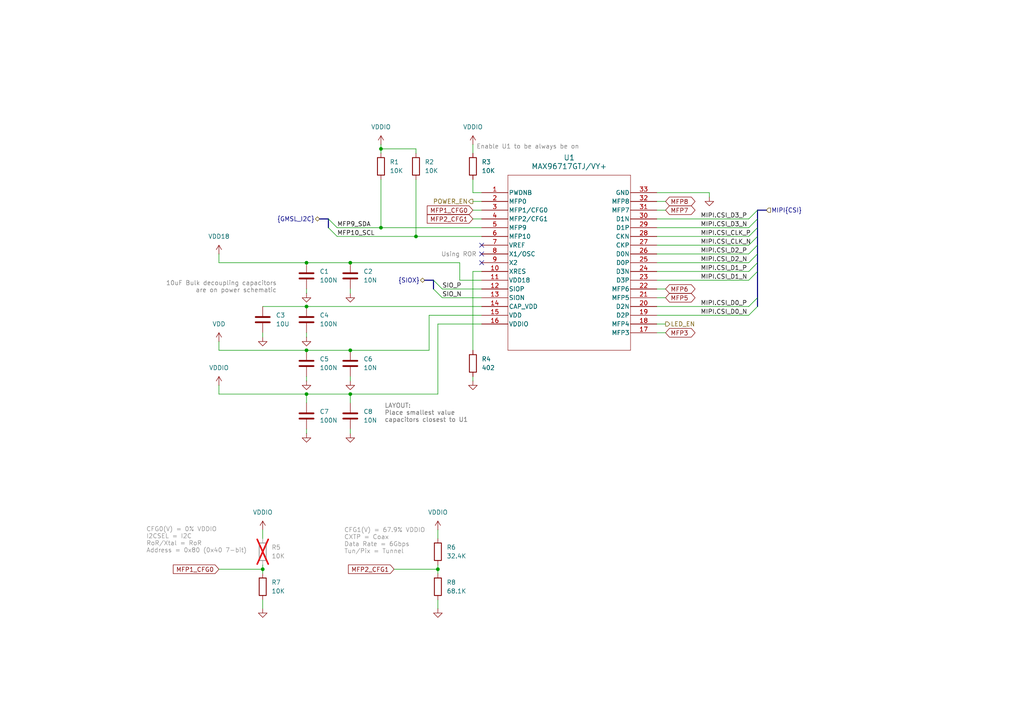
<source format=kicad_sch>
(kicad_sch (version 20231120) (generator "eeschema") (generator_version "8.0")
  (paper "A4")
  (lib_symbols
    (symbol "Device:C" (pin_numbers hide) (pin_names (offset 0.254))
      (property "Reference" "C" (at 0.635 2.54 0))
      (property "Value" "C" (at 0.635 -2.54 0))
      (symbol "C_0_1"
        (polyline (pts (xy -2.032 -0.762) (xy 2.032 -0.762)) (stroke (width 0.508)))
        (polyline (pts (xy -2.032 0.762) (xy 2.032 0.762)) (stroke (width 0.508)))
      )
      (symbol "C_1_1"
        (pin passive line (at 0 3.81 270) (length 2.794) (name "~") (number "1"))
        (pin passive line (at 0 -3.81 90) (length 2.794) (name "~") (number "2"))
      )
    )
    (symbol "Device:R" (pin_numbers hide) (pin_names (offset 0))
      (property "Reference" "R" (at 2.032 0 90))
      (property "Value" "R" (at 0 0 90))
      (symbol "R_0_1"
        (rectangle (start -1.016 -2.54) (end 1.016 2.54) (stroke (width 0.254)))
      )
      (symbol "R_1_1"
        (pin passive line (at 0 3.81 270) (length 1.27) (name "~") (number "1"))
        (pin passive line (at 0 -3.81 90) (length 1.27) (name "~") (number "2"))
      )
    )
    (symbol "power:GND" (power) (pin_numbers hide) (pin_names (offset 0) hide)
      (property "Value" "GND" (at 0 -3.81 0))
      (symbol "GND_0_1"
        (polyline (pts (xy 0 0) (xy 0 -1.27) (xy 1.27 -1.27) (xy 0 -2.54) (xy -1.27 -1.27) (xy 0 -1.27)))
      )
      (symbol "GND_1_1"
        (pin power_in line (at 0 0 270) (length 0) (name "~") (number "1"))
      )
    )
    (symbol "power:VDD" (power) (pin_numbers hide) (pin_names (offset 0) hide)
      (property "Value" "VDD" (at 0 3.556 0))
      (symbol "VDD_0_1"
        (polyline (pts (xy -0.762 1.27) (xy 0 2.54)))
        (polyline (pts (xy 0 0) (xy 0 2.54)))
        (polyline (pts (xy 0 2.54) (xy 0.762 1.27)))
      )
      (symbol "VDD_1_1"
        (pin power_in line (at 0 0 90) (length 0) (name "~") (number "1"))
      )
    )
    (symbol "user:MAX96717GTJ_VY+" (pin_names (offset 0.254))
      (property "Reference" "U" (at 25.4 10.16 0))
      (property "Value" "MAX96717GTJ/VY+" (at 25.4 7.62 0))
      (symbol "MAX96717GTJ_VY+_0_1"
        (polyline (pts (xy 7.62 -45.72) (xy 43.18 -45.72)) (stroke (width 0.127)))
        (polyline (pts (xy 7.62 5.08) (xy 7.62 -45.72)) (stroke (width 0.127)))
        (polyline (pts (xy 43.18 -45.72) (xy 43.18 5.08)) (stroke (width 0.127)))
        (polyline (pts (xy 43.18 5.08) (xy 7.62 5.08)) (stroke (width 0.127)))
        (pin input line (at 0 0 0) (length 7.62) (name "PWDNB") (number "1"))
        (pin bidirectional line (at 0 -22.86 0) (length 7.62) (name "XRES") (number "10"))
        (pin power_in line (at 0 -25.4 0) (length 7.62) (name "VDD18") (number "11"))
        (pin bidirectional line (at 0 -27.94 0) (length 7.62) (name "SIOP") (number "12"))
        (pin bidirectional line (at 0 -30.48 0) (length 7.62) (name "SION") (number "13"))
        (pin power_in line (at 0 -33.02 0) (length 7.62) (name "CAP_VDD") (number "14"))
        (pin power_in line (at 0 -35.56 0) (length 7.62) (name "VDD") (number "15"))
        (pin power_in line (at 0 -38.1 0) (length 7.62) (name "VDDIO") (number "16"))
        (pin bidirectional line (at 50.8 -40.64 180) (length 7.62) (name "MFP3") (number "17"))
        (pin bidirectional line (at 50.8 -38.1 180) (length 7.62) (name "MFP4") (number "18"))
        (pin input line (at 50.8 -35.56 180) (length 7.62) (name "D2P") (number "19"))
        (pin bidirectional line (at 0 -2.54 0) (length 7.62) (name "MFP0") (number "2"))
        (pin input line (at 50.8 -33.02 180) (length 7.62) (name "D2N") (number "20"))
        (pin bidirectional line (at 50.8 -30.48 180) (length 7.62) (name "MFP5") (number "21"))
        (pin bidirectional line (at 50.8 -27.94 180) (length 7.62) (name "MFP6") (number "22"))
        (pin input line (at 50.8 -25.4 180) (length 7.62) (name "D3P") (number "23"))
        (pin input line (at 50.8 -22.86 180) (length 7.62) (name "D3N") (number "24"))
        (pin input line (at 50.8 -20.32 180) (length 7.62) (name "D0P") (number "25"))
        (pin input line (at 50.8 -17.78 180) (length 7.62) (name "D0N") (number "26"))
        (pin input line (at 50.8 -15.24 180) (length 7.62) (name "CKP") (number "27"))
        (pin input line (at 50.8 -12.7 180) (length 7.62) (name "CKN") (number "28"))
        (pin input line (at 50.8 -10.16 180) (length 7.62) (name "D1P") (number "29"))
        (pin bidirectional line (at 0 -5.08 0) (length 7.62) (name "MFP1/CFG0") (number "3"))
        (pin input line (at 50.8 -7.62 180) (length 7.62) (name "D1N") (number "30"))
        (pin bidirectional line (at 50.8 -5.08 180) (length 7.62) (name "MFP7") (number "31"))
        (pin bidirectional line (at 50.8 -2.54 180) (length 7.62) (name "MFP8") (number "32"))
        (pin power_out line (at 50.8 0 180) (length 7.62) (name "GND") (number "33"))
        (pin bidirectional line (at 0 -7.62 0) (length 7.62) (name "MFP2/CFG1") (number "4"))
        (pin bidirectional line (at 0 -10.16 0) (length 7.62) (name "MFP9") (number "5"))
        (pin bidirectional line (at 0 -12.7 0) (length 7.62) (name "MFP10") (number "6"))
        (pin power_in line (at 0 -15.24 0) (length 7.62) (name "VREF") (number "7"))
        (pin input line (at 0 -17.78 0) (length 7.62) (name "X1/OSC") (number "8"))
        (pin input line (at 0 -20.32 0) (length 7.62) (name "X2") (number "9"))
      )
    )
  )
  (bus_alias "CSI" (members "CSI_D0_P" "CSI_D0_N" "CSI_D1_P" "CSI_D1_N" "CSI_D2_P" "CSI_D2_N" "CSI_D3_P" "CSI_D3_N" "CSI_CLK_P" "CSI_CLK_N"))
  (bus_alias "SIOX" (members "SIO_P" "SIO_N"))
  (junction (at 101.6 101.6))
  (junction (at 101.6 76.2))
  (junction (at 88.9 101.6))
  (junction (at 76.2 165.1))
  (junction (at 88.9 88.9))
  (junction (at 127 165.1))
  (junction (at 88.9 76.2))
  (junction (at 110.49 66.04))
  (junction (at 110.49 43.18))
  (junction (at 101.6 114.3))
  (junction (at 120.65 68.58))
  (junction (at 88.9 114.3))
  (no_connect (at 139.7 73.66))
  (no_connect (at 139.7 71.12))
  (no_connect (at 139.7 76.2))
  (bus_entry (at 95.25 66.04) (size 2.54 2.54))
  (bus_entry (at 219.71 63.5) (size -2.54 2.54))
  (bus_entry (at 219.71 60.96) (size -2.54 2.54))
  (bus_entry (at 219.71 71.12) (size -2.54 2.54))
  (bus_entry (at 219.71 78.74) (size -2.54 2.54))
  (bus_entry (at 219.71 76.2) (size -2.54 2.54))
  (bus_entry (at 95.25 63.5) (size 2.54 2.54))
  (bus_entry (at 219.71 88.9) (size -2.54 2.54))
  (bus_entry (at 125.73 81.28) (size 2.54 2.54))
  (bus_entry (at 219.71 73.66) (size -2.54 2.54))
  (bus_entry (at 219.71 68.58) (size -2.54 2.54))
  (bus_entry (at 219.71 66.04) (size -2.54 2.54))
  (bus_entry (at 219.71 86.36) (size -2.54 2.54))
  (bus_entry (at 125.73 83.82) (size 2.54 2.54))
  (wire (pts (xy 120.65 52.07) (xy 120.65 68.58)))
  (bus (pts (xy 219.71 86.36) (xy 219.71 88.9)))
  (wire (pts (xy 190.5 60.96) (xy 193.04 60.96)))
  (wire (pts (xy 101.6 101.6) (xy 124.46 101.6)))
  (wire (pts (xy 190.5 91.44) (xy 217.17 91.44)))
  (wire (pts (xy 137.16 58.42) (xy 139.7 58.42)))
  (wire (pts (xy 88.9 110.49) (xy 88.9 109.22)))
  (wire (pts (xy 76.2 163.83) (xy 76.2 165.1)))
  (wire (pts (xy 88.9 114.3) (xy 101.6 114.3)))
  (wire (pts (xy 190.5 81.28) (xy 217.17 81.28)))
  (wire (pts (xy 110.49 52.07) (xy 110.49 66.04)))
  (wire (pts (xy 190.5 76.2) (xy 217.17 76.2)))
  (wire (pts (xy 63.5 101.6) (xy 88.9 101.6)))
  (wire (pts (xy 127 153.67) (xy 127 156.21)))
  (bus (pts (xy 219.71 60.96) (xy 219.71 63.5)))
  (wire (pts (xy 128.27 83.82) (xy 139.7 83.82)))
  (wire (pts (xy 88.9 125.73) (xy 88.9 124.46)))
  (wire (pts (xy 139.7 55.88) (xy 137.16 55.88)))
  (wire (pts (xy 205.74 57.15) (xy 205.74 55.88)))
  (bus (pts (xy 219.71 63.5) (xy 219.71 66.04)))
  (wire (pts (xy 193.04 93.98) (xy 190.5 93.98)))
  (bus (pts (xy 222.25 60.96) (xy 219.71 60.96)))
  (wire (pts (xy 97.79 68.58) (xy 120.65 68.58)))
  (wire (pts (xy 110.49 41.91) (xy 110.49 43.18)))
  (wire (pts (xy 137.16 110.49) (xy 137.16 109.22)))
  (wire (pts (xy 190.5 73.66) (xy 217.17 73.66)))
  (wire (pts (xy 190.5 78.74) (xy 217.17 78.74)))
  (wire (pts (xy 190.5 96.52) (xy 193.04 96.52)))
  (bus (pts (xy 219.71 66.04) (xy 219.71 68.58)))
  (wire (pts (xy 124.46 91.44) (xy 124.46 101.6)))
  (wire (pts (xy 110.49 43.18) (xy 110.49 44.45)))
  (wire (pts (xy 76.2 88.9) (xy 88.9 88.9)))
  (wire (pts (xy 120.65 44.45) (xy 120.65 43.18)))
  (wire (pts (xy 76.2 165.1) (xy 76.2 166.37)))
  (bus (pts (xy 95.25 63.5) (xy 95.25 66.04)))
  (wire (pts (xy 110.49 66.04) (xy 139.7 66.04)))
  (wire (pts (xy 101.6 76.2) (xy 133.35 76.2)))
  (wire (pts (xy 127 93.98) (xy 139.7 93.98)))
  (wire (pts (xy 88.9 101.6) (xy 101.6 101.6)))
  (wire (pts (xy 76.2 173.99) (xy 76.2 176.53)))
  (wire (pts (xy 139.7 81.28) (xy 133.35 81.28)))
  (wire (pts (xy 97.79 66.04) (xy 110.49 66.04)))
  (wire (pts (xy 88.9 88.9) (xy 139.7 88.9)))
  (wire (pts (xy 120.65 68.58) (xy 139.7 68.58)))
  (wire (pts (xy 127 163.83) (xy 127 165.1)))
  (bus (pts (xy 123.19 81.28) (xy 125.73 81.28)))
  (wire (pts (xy 101.6 114.3) (xy 101.6 116.84)))
  (wire (pts (xy 190.5 71.12) (xy 217.17 71.12)))
  (wire (pts (xy 101.6 110.49) (xy 101.6 109.22)))
  (bus (pts (xy 219.71 71.12) (xy 219.71 73.66)))
  (wire (pts (xy 76.2 153.67) (xy 76.2 156.21)))
  (wire (pts (xy 137.16 78.74) (xy 137.16 101.6)))
  (wire (pts (xy 190.5 86.36) (xy 193.04 86.36)))
  (wire (pts (xy 137.16 55.88) (xy 137.16 52.07)))
  (wire (pts (xy 63.5 114.3) (xy 88.9 114.3)))
  (wire (pts (xy 190.5 66.04) (xy 217.17 66.04)))
  (wire (pts (xy 133.35 81.28) (xy 133.35 76.2)))
  (wire (pts (xy 190.5 88.9) (xy 217.17 88.9)))
  (bus (pts (xy 219.71 78.74) (xy 219.71 86.36)))
  (wire (pts (xy 190.5 58.42) (xy 193.04 58.42)))
  (wire (pts (xy 137.16 41.91) (xy 137.16 44.45)))
  (wire (pts (xy 101.6 114.3) (xy 127 114.3)))
  (wire (pts (xy 63.5 99.06) (xy 63.5 101.6)))
  (wire (pts (xy 127 114.3) (xy 127 93.98)))
  (wire (pts (xy 139.7 78.74) (xy 137.16 78.74)))
  (wire (pts (xy 88.9 97.79) (xy 88.9 96.52)))
  (wire (pts (xy 63.5 76.2) (xy 88.9 76.2)))
  (wire (pts (xy 63.5 165.1) (xy 76.2 165.1)))
  (bus (pts (xy 125.73 81.28) (xy 125.73 83.82)))
  (wire (pts (xy 88.9 114.3) (xy 88.9 116.84)))
  (bus (pts (xy 219.71 68.58) (xy 219.71 71.12)))
  (bus (pts (xy 92.71 63.5) (xy 95.25 63.5)))
  (wire (pts (xy 190.5 55.88) (xy 205.74 55.88)))
  (wire (pts (xy 137.16 63.5) (xy 139.7 63.5)))
  (wire (pts (xy 190.5 63.5) (xy 217.17 63.5)))
  (wire (pts (xy 63.5 111.76) (xy 63.5 114.3)))
  (wire (pts (xy 76.2 97.79) (xy 76.2 96.52)))
  (wire (pts (xy 88.9 85.09) (xy 88.9 83.82)))
  (wire (pts (xy 128.27 86.36) (xy 139.7 86.36)))
  (wire (pts (xy 139.7 91.44) (xy 124.46 91.44)))
  (bus (pts (xy 219.71 76.2) (xy 219.71 78.74)))
  (wire (pts (xy 101.6 125.73) (xy 101.6 124.46)))
  (wire (pts (xy 127 173.99) (xy 127 176.53)))
  (wire (pts (xy 137.16 60.96) (xy 139.7 60.96)))
  (wire (pts (xy 114.3 165.1) (xy 127 165.1)))
  (bus (pts (xy 219.71 73.66) (xy 219.71 76.2)))
  (wire (pts (xy 110.49 43.18) (xy 120.65 43.18)))
  (wire (pts (xy 190.5 68.58) (xy 217.17 68.58)))
  (wire (pts (xy 101.6 85.09) (xy 101.6 83.82)))
  (wire (pts (xy 88.9 76.2) (xy 101.6 76.2)))
  (wire (pts (xy 63.5 73.66) (xy 63.5 76.2)))
  (wire (pts (xy 190.5 83.82) (xy 193.04 83.82)))
  (wire (pts (xy 127 165.1) (xy 127 166.37)))
  (text "LAYOUT:\nPlace smallest value \ncapacitors closest to U1" (at 111.506 119.888 0) (effects (font (size 1.27 1.27) (thickness 0.2032) (bold yes)) (justify left)))
  (text "CFG0(V) = 0% VDDIO\nI2CSEL = I2C\nRoR/Xtal = RoR\nAddress = 0x80 (0x40 7-bit)" (at 42.418 156.718 0) (effects (font (size 1.27 1.27) (thickness 0.127)) (justify left)))
  (text "10uF Bulk decoupling capacitors\nare on power schematic" (at 80.264 83.312 0) (effects (font (size 1.27 1.27) (thickness 0.1588)) (justify right)))
  (text "Using ROR" (at 133.096 73.914 0) (effects (font (size 1.27 1.27))))
  (text "CFG1(V) = 67.9% VDDIO\nCXTP = Coax\nData Rate = 6Gbps\nTun/Pix = Tunnel" (at 99.822 153.162 0) (effects (font (size 1.27 1.27) (thickness 0.127)) (justify left top)))
  (text "Enable U1 to be always be on" (at 138.176 42.672 0) (effects (font (size 1.27 1.27)) (justify left)))
  (label "MIPI.CSI_D1_N" (at 203.2 81.28 0))
  (label "MIPI.CSI_D1_P" (at 203.2 78.74 0))
  (label "MIPI.CSI_CLK_P" (at 203.2 68.58 0))
  (label "MIPI.CSI_D0_N" (at 203.2 91.44 0))
  (label "MFP10_SCL" (at 97.79 68.58 0))
  (label "SIO_P" (at 128.27 83.82 0))
  (label "MIPI.CSI_CLK_N" (at 203.2 71.12 0))
  (label "SIO_N" (at 128.27 86.36 0))
  (label "MIPI.CSI_D3_N" (at 203.2 66.04 0))
  (label "MIPI.CSI_D3_P" (at 203.2 63.5 0))
  (label "MIPI.CSI_D2_N" (at 203.2 76.2 0))
  (label "MIPI.CSI_D2_P" (at 203.2 73.66 0))
  (label "MFP9_SDA" (at 97.79 66.04 0))
  (label "MIPI.CSI_D0_P" (at 203.2 88.9 0))
  (global_label "MFP2_CFG1" (shape input) (at 137.16 63.5 180) (property "Intersheetrefs" "${INTERSHEET_REFS}" (effects (hide yes))))
  (global_label "MFP8" (shape bidirectional) (at 193.04 58.42 0) (property "Intersheetrefs" "${INTERSHEET_REFS}" (effects (hide yes))))
  (global_label "MFP5" (shape bidirectional) (at 193.04 86.36 0) (property "Intersheetrefs" "${INTERSHEET_REFS}" (effects (hide yes))))
  (global_label "MFP1_CFG0" (shape input) (at 137.16 60.96 180) (property "Intersheetrefs" "${INTERSHEET_REFS}" (effects (hide yes))))
  (global_label "MFP6" (shape bidirectional) (at 193.04 83.82 0) (property "Intersheetrefs" "${INTERSHEET_REFS}" (effects (hide yes))))
  (global_label "MFP3" (shape bidirectional) (at 193.04 96.52 0) (property "Intersheetrefs" "${INTERSHEET_REFS}" (effects (hide yes))))
  (global_label "MFP2_CFG1" (shape input) (at 114.3 165.1 180) (property "Intersheetrefs" "${INTERSHEET_REFS}" (effects (hide yes))))
  (global_label "MFP1_CFG0" (shape input) (at 63.5 165.1 180) (property "Intersheetrefs" "${INTERSHEET_REFS}" (effects (hide yes))))
  (global_label "MFP7" (shape bidirectional) (at 193.04 60.96 0) (property "Intersheetrefs" "${INTERSHEET_REFS}" (effects (hide yes))))
  (hierarchical_label "{SIOX}" (shape bidirectional) (at 123.19 81.28 180))
  (hierarchical_label "MIPI{CSI}" (shape input) (at 222.25 60.96 0))
  (hierarchical_label "POWER_EN" (shape output) (at 137.16 58.42 180))
  (hierarchical_label "LED_EN" (shape output) (at 193.04 93.98 0))
  (hierarchical_label "{GMSL_I2C}" (shape bidirectional) (at 92.71 63.5 180))
  (symbol (lib_id "Device:C") (at 88.9 105.41 0) (unit 1)
    (property "Reference" "C5" (at 92.71 104.1399 0) (effects (justify left)))
    (property "Value" "100N" (at 92.71 106.6799 0) (effects (justify left)))
    (property "Footprint" "Capacitor_SMD:C_0402_1005Metric" (effects (hide yes)))
    (property "Description" "Unpolarized capacitor" (effects (hide yes)))
  )
  (symbol (lib_id "power:GND") (at 101.6 125.73 0) (unit 1)
    (property "Reference" "#PWR015" (effects (hide yes)))
    (property "Value" "GND" (effects (hide yes)))
    (property "Description" "Power symbol creates a global label with name \"GND\" , ground" (effects (hide yes)))
  )
  (symbol (lib_id "Device:C") (at 101.6 105.41 0) (unit 1)
    (property "Reference" "C6" (at 105.41 104.1399 0) (effects (justify left)))
    (property "Value" "10N" (at 105.41 106.6799 0) (effects (justify left)))
    (property "Footprint" "Capacitor_SMD:C_0402_1005Metric" (effects (hide yes)))
    (property "Description" "Unpolarized capacitor" (effects (hide yes)))
  )
  (symbol (lib_id "Device:C") (at 88.9 120.65 0) (unit 1)
    (property "Reference" "C7" (at 92.71 119.3799 0) (effects (justify left)))
    (property "Value" "100N" (at 92.71 121.9199 0) (effects (justify left)))
    (property "Footprint" "Capacitor_SMD:C_0402_1005Metric" (effects (hide yes)))
    (property "Description" "Unpolarized capacitor" (effects (hide yes)))
  )
  (symbol (lib_id "Device:R") (at 127 160.02 0) (unit 1)
    (property "Reference" "R6" (at 129.54 158.7499 0) (effects (justify left)))
    (property "Value" "32.4K" (at 129.54 161.2899 0) (effects (justify left)))
    (property "Footprint" "Resistor_SMD:R_0402_1005Metric" (effects (hide yes)))
    (property "Description" "Resistor" (effects (hide yes)))
  )
  (symbol (lib_id "power:GND") (at 137.16 110.49 0) (unit 1)
    (property "Reference" "#PWR012" (effects (hide yes)))
    (property "Value" "GND" (effects (hide yes)))
    (property "Description" "Power symbol creates a global label with name \"GND\" , ground" (effects (hide yes)))
  )
  (symbol (lib_id "power:VDD") (at 63.5 99.06 0) (unit 1)
    (property "Reference" "#PWR09" (effects (hide yes)))
    (property "Value" "VDD" (at 63.5 93.98 0))
    (property "Description" "Power symbol creates a global label with name \"VDD\"" (effects (hide yes)))
  )
  (symbol (lib_id "Device:R") (at 110.49 48.26 0) (unit 1)
    (property "Reference" "R1" (at 113.03 46.9899 0) (effects (justify left)))
    (property "Value" "10K" (at 113.03 49.5299 0) (effects (justify left)))
    (property "Footprint" "Resistor_SMD:R_0402_1005Metric" (effects (hide yes)))
    (property "Description" "Resistor" (effects (hide yes)))
  )
  (symbol (lib_id "power:VDD") (at 127 153.67 0) (unit 1)
    (property "Reference" "#PWR017" (effects (hide yes)))
    (property "Value" "VDDIO" (at 127 148.59 0))
    (property "Description" "Power symbol creates a global label with name \"VDD\"" (effects (hide yes)))
  )
  (symbol (lib_id "power:VDD") (at 63.5 111.76 0) (unit 1)
    (property "Reference" "#PWR013" (effects (hide yes)))
    (property "Value" "VDDIO" (at 63.5 106.68 0))
    (property "Description" "Power symbol creates a global label with name \"VDD\"" (effects (hide yes)))
  )
  (symbol (lib_id "Device:R") (at 127 170.18 0) (unit 1)
    (property "Reference" "R8" (at 129.54 168.9099 0) (effects (justify left)))
    (property "Value" "68.1K" (at 129.54 171.4499 0) (effects (justify left)))
    (property "Footprint" "Resistor_SMD:R_0402_1005Metric" (effects (hide yes)))
    (property "Description" "Resistor" (effects (hide yes)))
  )
  (symbol (lib_id "power:VDD") (at 110.49 41.91 0) (unit 1)
    (property "Reference" "#PWR01" (effects (hide yes)))
    (property "Value" "VDDIO" (at 110.49 36.83 0))
    (property "Description" "Power symbol creates a global label with name \"VDD\"" (effects (hide yes)))
  )
  (symbol (lib_id "Device:C") (at 88.9 92.71 0) (unit 1)
    (property "Reference" "C4" (at 92.71 91.4399 0) (effects (justify left)))
    (property "Value" "100N" (at 92.71 93.9799 0) (effects (justify left)))
    (property "Footprint" "Capacitor_SMD:C_0402_1005Metric" (effects (hide yes)))
    (property "Description" "Unpolarized capacitor" (effects (hide yes)))
  )
  (symbol (lib_id "power:VDD") (at 63.5 73.66 0) (unit 1)
    (property "Reference" "#PWR04" (effects (hide yes)))
    (property "Value" "VDD18" (at 63.5 68.58 0))
    (property "Description" "Power symbol creates a global label with name \"VDD\"" (effects (hide yes)))
  )
  (symbol (lib_id "Device:C") (at 76.2 92.71 0) (unit 1)
    (property "Reference" "C3" (at 80.01 91.4399 0) (effects (justify left)))
    (property "Value" "10U" (at 80.01 93.9799 0) (effects (justify left)))
    (property "Footprint" "Capacitor_SMD:C_0402_1005Metric" (effects (hide yes)))
    (property "Description" "Unpolarized capacitor" (effects (hide yes)))
  )
  (symbol (lib_id "Device:C") (at 101.6 120.65 0) (unit 1)
    (property "Reference" "C8" (at 105.41 119.3799 0) (effects (justify left)))
    (property "Value" "10N" (at 105.41 121.9199 0) (effects (justify left)))
    (property "Footprint" "Capacitor_SMD:C_0402_1005Metric" (effects (hide yes)))
    (property "Description" "Unpolarized capacitor" (effects (hide yes)))
  )
  (symbol (lib_id "power:VDD") (at 137.16 41.91 0) (unit 1)
    (property "Reference" "#PWR02" (effects (hide yes)))
    (property "Value" "VDDIO" (at 137.16 36.83 0))
    (property "Description" "Power symbol creates a global label with name \"VDD\"" (effects (hide yes)))
  )
  (symbol (lib_id "power:GND") (at 88.9 85.09 0) (unit 1)
    (property "Reference" "#PWR05" (effects (hide yes)))
    (property "Value" "GND" (effects (hide yes)))
    (property "Description" "Power symbol creates a global label with name \"GND\" , ground" (effects (hide yes)))
  )
  (symbol (lib_id "power:GND") (at 205.74 57.15 0) (unit 1)
    (property "Reference" "#PWR03" (effects (hide yes)))
    (property "Value" "GND" (effects (hide yes)))
    (property "Description" "Power symbol creates a global label with name \"GND\" , ground" (effects (hide yes)))
  )
  (symbol (lib_id "Device:R") (at 76.2 160.02 0) (unit 1) (dnp yes)
    (property "Reference" "R5" (at 78.74 158.7499 0) (effects (justify left)))
    (property "Value" "10K" (at 78.74 161.2899 0) (effects (justify left)))
    (property "Footprint" "Resistor_SMD:R_0402_1005Metric" (effects (hide yes)))
    (property "Description" "Resistor" (effects (hide yes)))
  )
  (symbol (lib_id "power:GND") (at 76.2 176.53 0) (unit 1)
    (property "Reference" "#PWR018" (effects (hide yes)))
    (property "Value" "GND" (effects (hide yes)))
    (property "Description" "Power symbol creates a global label with name \"GND\" , ground" (effects (hide yes)))
  )
  (symbol (lib_id "power:GND") (at 127 176.53 0) (unit 1)
    (property "Reference" "#PWR019" (effects (hide yes)))
    (property "Value" "GND" (effects (hide yes)))
    (property "Description" "Power symbol creates a global label with name \"GND\" , ground" (effects (hide yes)))
  )
  (symbol (lib_id "power:GND") (at 76.2 97.79 0) (unit 1)
    (property "Reference" "#PWR07" (effects (hide yes)))
    (property "Value" "GND" (effects (hide yes)))
    (property "Description" "Power symbol creates a global label with name \"GND\" , ground" (effects (hide yes)))
  )
  (symbol (lib_id "power:GND") (at 88.9 125.73 0) (unit 1)
    (property "Reference" "#PWR014" (effects (hide yes)))
    (property "Value" "GND" (effects (hide yes)))
    (property "Description" "Power symbol creates a global label with name \"GND\" , ground" (effects (hide yes)))
  )
  (symbol (lib_id "power:GND") (at 88.9 97.79 0) (unit 1)
    (property "Reference" "#PWR08" (effects (hide yes)))
    (property "Value" "GND" (effects (hide yes)))
    (property "Description" "Power symbol creates a global label with name \"GND\" , ground" (effects (hide yes)))
  )
  (symbol (lib_id "user:MAX96717GTJ_VY+") (at 139.7 55.88 0) (unit 1)
    (property "Reference" "U1" (at 165.1 45.72 0) (effects (font (size 1.524 1.524))))
    (property "Value" "MAX96717GTJ/VY+" (at 165.1 48.26 0) (effects (font (size 1.524 1.524))))
    (property "Footprint" "user:ADI_21-100156_T3255Y-8" (effects (hide yes)))
    (property "Datasheet" "MAX96717GTJ/VY+" (effects (hide yes)))
  )
  (symbol (lib_id "Device:R") (at 137.16 48.26 0) (unit 1)
    (property "Reference" "R3" (at 139.7 46.9899 0) (effects (justify left)))
    (property "Value" "10K" (at 139.7 49.5299 0) (effects (justify left)))
    (property "Footprint" "Resistor_SMD:R_0402_1005Metric" (effects (hide yes)))
    (property "Description" "Resistor" (effects (hide yes)))
  )
  (symbol (lib_id "power:VDD") (at 76.2 153.67 0) (unit 1)
    (property "Reference" "#PWR016" (effects (hide yes)))
    (property "Value" "VDDIO" (at 76.2 148.59 0))
    (property "Description" "Power symbol creates a global label with name \"VDD\"" (effects (hide yes)))
  )
  (symbol (lib_id "power:GND") (at 101.6 85.09 0) (unit 1)
    (property "Reference" "#PWR06" (effects (hide yes)))
    (property "Value" "GND" (effects (hide yes)))
    (property "Description" "Power symbol creates a global label with name \"GND\" , ground" (effects (hide yes)))
  )
  (symbol (lib_id "Device:C") (at 88.9 80.01 0) (unit 1)
    (property "Reference" "C1" (at 92.71 78.7399 0) (effects (justify left)))
    (property "Value" "100N" (at 92.71 81.2799 0) (effects (justify left)))
    (property "Footprint" "Capacitor_SMD:C_0402_1005Metric" (effects (hide yes)))
    (property "Description" "Unpolarized capacitor" (effects (hide yes)))
  )
  (symbol (lib_id "power:GND") (at 88.9 110.49 0) (unit 1)
    (property "Reference" "#PWR010" (effects (hide yes)))
    (property "Value" "GND" (effects (hide yes)))
    (property "Description" "Power symbol creates a global label with name \"GND\" , ground" (effects (hide yes)))
  )
  (symbol (lib_id "power:GND") (at 101.6 110.49 0) (unit 1)
    (property "Reference" "#PWR011" (effects (hide yes)))
    (property "Value" "GND" (effects (hide yes)))
    (property "Description" "Power symbol creates a global label with name \"GND\" , ground" (effects (hide yes)))
  )
  (symbol (lib_id "Device:R") (at 76.2 170.18 0) (unit 1)
    (property "Reference" "R7" (at 78.74 168.9099 0) (effects (justify left)))
    (property "Value" "10K" (at 78.74 171.4499 0) (effects (justify left)))
    (property "Footprint" "Resistor_SMD:R_0402_1005Metric" (effects (hide yes)))
    (property "Description" "Resistor" (effects (hide yes)))
  )
  (symbol (lib_id "Device:R") (at 137.16 105.41 0) (unit 1)
    (property "Reference" "R4" (at 139.7 104.1399 0) (effects (justify left)))
    (property "Value" "402" (at 139.7 106.6799 0) (effects (justify left)))
    (property "Footprint" "Resistor_SMD:R_0402_1005Metric" (effects (hide yes)))
    (property "Description" "Resistor" (effects (hide yes)))
  )
  (symbol (lib_id "Device:C") (at 101.6 80.01 0) (unit 1)
    (property "Reference" "C2" (at 105.41 78.7399 0) (effects (justify left)))
    (property "Value" "10N" (at 105.41 81.2799 0) (effects (justify left)))
    (property "Footprint" "Capacitor_SMD:C_0402_1005Metric" (effects (hide yes)))
    (property "Description" "Unpolarized capacitor" (effects (hide yes)))
  )
  (symbol (lib_id "Device:R") (at 120.65 48.26 0) (unit 1)
    (property "Reference" "R2" (at 123.19 46.9899 0) (effects (justify left)))
    (property "Value" "10K" (at 123.19 49.5299 0) (effects (justify left)))
    (property "Footprint" "Resistor_SMD:R_0402_1005Metric" (effects (hide yes)))
    (property "Description" "Resistor" (effects (hide yes)))
  )
)
</source>
